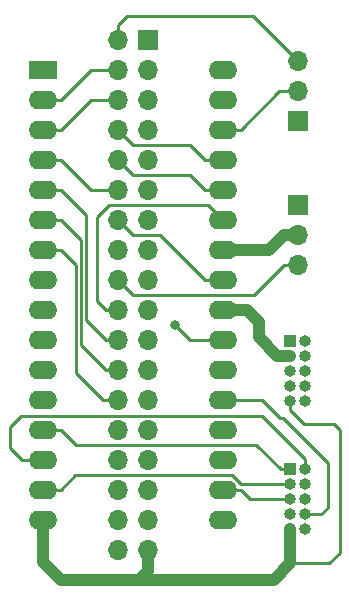
<source format=gbr>
%TF.GenerationSoftware,KiCad,Pcbnew,(6.0.4-0)*%
%TF.CreationDate,2022-07-24T15:42:13+01:00*%
%TF.ProjectId,isp_interface,6973705f-696e-4746-9572-666163652e6b,0.1.0*%
%TF.SameCoordinates,PX55f1c20PY82dabb0*%
%TF.FileFunction,Copper,L2,Bot*%
%TF.FilePolarity,Positive*%
%FSLAX46Y46*%
G04 Gerber Fmt 4.6, Leading zero omitted, Abs format (unit mm)*
G04 Created by KiCad (PCBNEW (6.0.4-0)) date 2022-07-24 15:42:13*
%MOMM*%
%LPD*%
G01*
G04 APERTURE LIST*
%TA.AperFunction,ComponentPad*%
%ADD10R,1.700000X1.700000*%
%TD*%
%TA.AperFunction,ComponentPad*%
%ADD11O,1.700000X1.700000*%
%TD*%
%TA.AperFunction,ComponentPad*%
%ADD12O,1.000000X1.000000*%
%TD*%
%TA.AperFunction,ComponentPad*%
%ADD13R,1.000000X1.000000*%
%TD*%
%TA.AperFunction,ComponentPad*%
%ADD14R,2.400000X1.600000*%
%TD*%
%TA.AperFunction,ComponentPad*%
%ADD15O,2.400000X1.600000*%
%TD*%
%TA.AperFunction,ViaPad*%
%ADD16C,0.800000*%
%TD*%
%TA.AperFunction,Conductor*%
%ADD17C,0.250000*%
%TD*%
%TA.AperFunction,Conductor*%
%ADD18C,1.000000*%
%TD*%
G04 APERTURE END LIST*
D10*
%TO.P,JP101,1,A*%
%TO.N,CHIPID*%
X25704800Y32562800D03*
D11*
%TO.P,JP101,2,C*%
%TO.N,A9{slash}CHIPID*%
X25704800Y30022800D03*
%TO.P,JP101,3,B*%
%TO.N,A9*%
X25704800Y27482800D03*
%TD*%
D12*
%TO.P,J103,10,Pin_10*%
%TO.N,unconnected-(J103-Pad10)*%
X26349800Y15989800D03*
%TO.P,J103,9,Pin_9*%
%TO.N,GND*%
X25079800Y15989800D03*
%TO.P,J103,8,Pin_8*%
%TO.N,~{CE}*%
X26349800Y17259800D03*
%TO.P,J103,7,Pin_7*%
%TO.N,VCC*%
X25079800Y17259800D03*
%TO.P,J103,6,Pin_6*%
%TO.N,CS2*%
X26349800Y18529800D03*
%TO.P,J103,5,Pin_5*%
%TO.N,unconnected-(J103-Pad5)*%
X25079800Y18529800D03*
%TO.P,J103,4,Pin_4*%
%TO.N,unconnected-(J103-Pad4)*%
X26349800Y19799800D03*
%TO.P,J103,3,Pin_3*%
%TO.N,~{OE}*%
X25079800Y19799800D03*
%TO.P,J103,2,Pin_2*%
%TO.N,~{WE}*%
X26349800Y21069800D03*
D13*
%TO.P,J103,1,Pin_1*%
%TO.N,CHIPID*%
X25079800Y21069800D03*
%TD*%
D10*
%TO.P,J101,1,Pin_1*%
%TO.N,unconnected-(J101-Pad1)*%
X13004800Y46532800D03*
D11*
%TO.P,J101,2,Pin_2*%
%TO.N,A17*%
X10464800Y46532800D03*
%TO.P,J101,3,Pin_3*%
%TO.N,unconnected-(J101-Pad3)*%
X13004800Y43992800D03*
%TO.P,J101,4,Pin_4*%
%TO.N,A16*%
X10464800Y43992800D03*
%TO.P,J101,5,Pin_5*%
%TO.N,unconnected-(J101-Pad5)*%
X13004800Y41452800D03*
%TO.P,J101,6,Pin_6*%
%TO.N,A15*%
X10464800Y41452800D03*
%TO.P,J101,7,Pin_7*%
%TO.N,unconnected-(J101-Pad7)*%
X13004800Y38912800D03*
%TO.P,J101,8,Pin_8*%
%TO.N,A14*%
X10464800Y38912800D03*
%TO.P,J101,9,Pin_9*%
%TO.N,unconnected-(J101-Pad9)*%
X13004800Y36372800D03*
%TO.P,J101,10,Pin_10*%
%TO.N,A13*%
X10464800Y36372800D03*
%TO.P,J101,11,Pin_11*%
%TO.N,unconnected-(J101-Pad11)*%
X13004800Y33832800D03*
%TO.P,J101,12,Pin_12*%
%TO.N,A12*%
X10464800Y33832800D03*
%TO.P,J101,13,Pin_13*%
%TO.N,unconnected-(J101-Pad13)*%
X13004800Y31292800D03*
%TO.P,J101,14,Pin_14*%
%TO.N,A11*%
X10464800Y31292800D03*
%TO.P,J101,15,Pin_15*%
%TO.N,unconnected-(J101-Pad15)*%
X13004800Y28752800D03*
%TO.P,J101,16,Pin_16*%
%TO.N,A10*%
X10464800Y28752800D03*
%TO.P,J101,17,Pin_17*%
%TO.N,unconnected-(J101-Pad17)*%
X13004800Y26212800D03*
%TO.P,J101,18,Pin_18*%
%TO.N,A9*%
X10464800Y26212800D03*
%TO.P,J101,19,Pin_19*%
%TO.N,unconnected-(J101-Pad19)*%
X13004800Y23672800D03*
%TO.P,J101,20,Pin_20*%
%TO.N,A8*%
X10464800Y23672800D03*
%TO.P,J101,21,Pin_21*%
%TO.N,unconnected-(J101-Pad21)*%
X13004800Y21132800D03*
%TO.P,J101,22,Pin_22*%
%TO.N,A7*%
X10464800Y21132800D03*
%TO.P,J101,23,Pin_23*%
%TO.N,unconnected-(J101-Pad23)*%
X13004800Y18592800D03*
%TO.P,J101,24,Pin_24*%
%TO.N,A6*%
X10464800Y18592800D03*
%TO.P,J101,25,Pin_25*%
%TO.N,unconnected-(J101-Pad25)*%
X13004800Y16052800D03*
%TO.P,J101,26,Pin_26*%
%TO.N,A5*%
X10464800Y16052800D03*
%TO.P,J101,27,Pin_27*%
%TO.N,unconnected-(J101-Pad27)*%
X13004800Y13512800D03*
%TO.P,J101,28,Pin_28*%
%TO.N,A4*%
X10464800Y13512800D03*
%TO.P,J101,29,Pin_29*%
%TO.N,unconnected-(J101-Pad29)*%
X13004800Y10972800D03*
%TO.P,J101,30,Pin_30*%
%TO.N,A3*%
X10464800Y10972800D03*
%TO.P,J101,31,Pin_31*%
%TO.N,VCC*%
X13004800Y8432800D03*
%TO.P,J101,32,Pin_32*%
%TO.N,A2*%
X10464800Y8432800D03*
%TO.P,J101,33,Pin_33*%
%TO.N,unconnected-(J101-Pad33)*%
X13004800Y5892800D03*
%TO.P,J101,34,Pin_34*%
%TO.N,A1*%
X10464800Y5892800D03*
%TO.P,J101,35,Pin_35*%
%TO.N,GND*%
X13004800Y3352800D03*
%TO.P,J101,36,Pin_36*%
%TO.N,A0*%
X10464800Y3352800D03*
%TD*%
D14*
%TO.P,J104,1,VPP*%
%TO.N,unconnected-(J104-Pad1)*%
X4114800Y44007800D03*
D15*
%TO.P,J104,2,A16*%
%TO.N,A16*%
X4114800Y41467800D03*
%TO.P,J104,3,A15*%
%TO.N,A15*%
X4114800Y38927800D03*
%TO.P,J104,4,A12*%
%TO.N,A12*%
X4114800Y36387800D03*
%TO.P,J104,5,A7*%
%TO.N,A7*%
X4114800Y33847800D03*
%TO.P,J104,6,A6*%
%TO.N,A6*%
X4114800Y31307800D03*
%TO.P,J104,7,A5*%
%TO.N,A5*%
X4114800Y28767800D03*
%TO.P,J104,8,A4*%
%TO.N,A4*%
X4114800Y26227800D03*
%TO.P,J104,9,A3*%
%TO.N,A3*%
X4114800Y23687800D03*
%TO.P,J104,10,A2*%
%TO.N,A2*%
X4114800Y21147800D03*
%TO.P,J104,11,A1*%
%TO.N,A1*%
X4114800Y18607800D03*
%TO.P,J104,12,A0*%
%TO.N,A0*%
X4114800Y16067800D03*
%TO.P,J104,13,D0*%
%TO.N,AD0*%
X4114800Y13527800D03*
%TO.P,J104,14,D1*%
%TO.N,AD1*%
X4114800Y10987800D03*
%TO.P,J104,15,D2*%
%TO.N,AD2*%
X4114800Y8447800D03*
%TO.P,J104,16,GND*%
%TO.N,GND*%
X4114800Y5907800D03*
%TO.P,J104,17,D3*%
%TO.N,AD3*%
X19354800Y5907800D03*
%TO.P,J104,18,D4*%
%TO.N,AD4*%
X19354800Y8447800D03*
%TO.P,J104,19,D5*%
%TO.N,AD5*%
X19354800Y10987800D03*
%TO.P,J104,20,D6*%
%TO.N,AD6*%
X19354800Y13527800D03*
%TO.P,J104,21,D7*%
%TO.N,AD7*%
X19354800Y16067800D03*
%TO.P,J104,22,~{CE}*%
%TO.N,~{CE}*%
X19354800Y18607800D03*
%TO.P,J104,23,A10*%
%TO.N,A10*%
X19354800Y21147800D03*
%TO.P,J104,24,~{OE}*%
%TO.N,~{OE}*%
X19354800Y23687800D03*
%TO.P,J104,25,A11*%
%TO.N,A11*%
X19354800Y26227800D03*
%TO.P,J104,26,A9*%
%TO.N,A9{slash}CHIPID*%
X19354800Y28767800D03*
%TO.P,J104,27,A8*%
%TO.N,A8*%
X19354800Y31307800D03*
%TO.P,J104,28,A13*%
%TO.N,A13*%
X19354800Y33847800D03*
%TO.P,J104,29,A14*%
%TO.N,A14*%
X19354800Y36387800D03*
%TO.P,J104,30,A17*%
%TO.N,A17{slash}CS2*%
X19354800Y38927800D03*
%TO.P,J104,31,~{PGM}*%
%TO.N,~{WE}*%
X19354800Y41467800D03*
%TO.P,J104,32,VCC*%
%TO.N,VCC*%
X19354800Y44007800D03*
%TD*%
D13*
%TO.P,J102,1,Pin_1*%
%TO.N,AD0*%
X25079800Y10176800D03*
D12*
%TO.P,J102,2,Pin_2*%
%TO.N,AD1*%
X26349800Y10176800D03*
%TO.P,J102,3,Pin_3*%
%TO.N,AD2*%
X25079800Y8906800D03*
%TO.P,J102,4,Pin_4*%
%TO.N,AD3*%
X26349800Y8906800D03*
%TO.P,J102,5,Pin_5*%
%TO.N,AD4*%
X25079800Y7636800D03*
%TO.P,J102,6,Pin_6*%
%TO.N,AD5*%
X26349800Y7636800D03*
%TO.P,J102,7,Pin_7*%
%TO.N,AD6*%
X25079800Y6366800D03*
%TO.P,J102,8,Pin_8*%
%TO.N,AD7*%
X26349800Y6366800D03*
%TO.P,J102,9,Pin_9*%
%TO.N,GND*%
X25079800Y5096800D03*
%TO.P,J102,10,Pin_10*%
%TO.N,unconnected-(J102-Pad10)*%
X26349800Y5096800D03*
%TD*%
D10*
%TO.P,JP102,1,A*%
%TO.N,CS2*%
X25704800Y39655800D03*
D11*
%TO.P,JP102,2,C*%
%TO.N,A17{slash}CS2*%
X25704800Y42195800D03*
%TO.P,JP102,3,B*%
%TO.N,A17*%
X25704800Y44735800D03*
%TD*%
D16*
%TO.N,A10*%
X15290800Y22402800D03*
%TD*%
D17*
%TO.N,GND*%
X29260800Y13512800D02*
X29260800Y3098800D01*
X28381800Y2219800D02*
X25079800Y2219800D01*
X25079800Y15153800D02*
X26212800Y14020800D01*
X26212800Y14020800D02*
X28752800Y14020800D01*
X29260800Y3098800D02*
X28381800Y2219800D01*
X28752800Y14020800D02*
X29260800Y13512800D01*
X25079800Y15989800D02*
X25079800Y15153800D01*
%TO.N,AD7*%
X26349800Y6366800D02*
X27702800Y6366800D01*
X28244800Y6908800D02*
X28244800Y10718800D01*
X28244800Y10718800D02*
X24434800Y14528800D01*
X27702800Y6366800D02*
X28244800Y6908800D01*
X24434800Y14528800D02*
X24180800Y14528800D01*
X24180800Y14528800D02*
X22641800Y16067800D01*
X22641800Y16067800D02*
X19354800Y16067800D01*
%TO.N,A17*%
X21875800Y48564800D02*
X25704800Y44735800D01*
X11226800Y48564800D02*
X21875800Y48564800D01*
X10464800Y47802800D02*
X11226800Y48564800D01*
X10464800Y46532800D02*
X10464800Y47802800D01*
%TO.N,A16*%
X8165100Y43992800D02*
X10464800Y43992800D01*
X4114800Y41467800D02*
X5640100Y41467800D01*
X5640100Y41467800D02*
X8165100Y43992800D01*
%TO.N,A15*%
X8165100Y41452800D02*
X10464800Y41452800D01*
X4114800Y38927800D02*
X5640100Y38927800D01*
X5640100Y38927800D02*
X8165100Y41452800D01*
%TO.N,A14*%
X11734800Y37642800D02*
X16574500Y37642800D01*
X10464800Y38912800D02*
X11734800Y37642800D01*
X16574500Y37642800D02*
X17829500Y36387800D01*
X17829500Y36387800D02*
X19354800Y36387800D01*
%TO.N,A13*%
X11734800Y35102800D02*
X16574500Y35102800D01*
X17829500Y33847800D02*
X19354800Y33847800D01*
X10464800Y36372800D02*
X11734800Y35102800D01*
X16574500Y35102800D02*
X17829500Y33847800D01*
%TO.N,A12*%
X5640100Y36387800D02*
X8195100Y33832800D01*
X8195100Y33832800D02*
X10464800Y33832800D01*
X4114800Y36387800D02*
X5640100Y36387800D01*
%TO.N,A11*%
X17829500Y26227800D02*
X19354800Y26227800D01*
X11734800Y30022800D02*
X14034500Y30022800D01*
X14034500Y30022800D02*
X17829500Y26227800D01*
X10464800Y31292800D02*
X11734800Y30022800D01*
%TO.N,A10*%
X19354800Y21147800D02*
X16545800Y21147800D01*
X16545800Y21147800D02*
X15290800Y22402800D01*
%TO.N,A9*%
X10464800Y26212800D02*
X11734800Y24942800D01*
X21989500Y24942800D02*
X24529500Y27482800D01*
X11734800Y24942800D02*
X21989500Y24942800D01*
X24529500Y27482800D02*
X25704800Y27482800D01*
%TO.N,A8*%
X8686800Y31546800D02*
X9702800Y32562800D01*
X9702800Y32562800D02*
X18099800Y32562800D01*
X10464800Y23672800D02*
X9448800Y23672800D01*
X9448800Y23672800D02*
X8686800Y24434800D01*
X8686800Y24434800D02*
X8686800Y31546800D01*
X18099800Y32562800D02*
X19354800Y31307800D01*
%TO.N,A7*%
X10464800Y21132800D02*
X9448800Y21132800D01*
X5623800Y33847800D02*
X4114800Y33847800D01*
X7807821Y22773779D02*
X7807821Y31663779D01*
X7807821Y31663779D02*
X5623800Y33847800D01*
X9448800Y21132800D02*
X7807821Y22773779D01*
%TO.N,A6*%
X7358311Y20683289D02*
X7358311Y29573289D01*
X7358311Y29573289D02*
X5623800Y31307800D01*
X9448800Y18592800D02*
X7358311Y20683289D01*
X5623800Y31307800D02*
X4114800Y31307800D01*
X10464800Y18592800D02*
X9448800Y18592800D01*
%TO.N,A5*%
X6908800Y18338800D02*
X6908800Y27482800D01*
X5623800Y28767800D02*
X4114800Y28767800D01*
X10464800Y16052800D02*
X9194800Y16052800D01*
X9194800Y16052800D02*
X6908800Y18338800D01*
X6908800Y27482800D02*
X5623800Y28767800D01*
%TO.N,AD0*%
X6925100Y12242800D02*
X5640100Y13527800D01*
X24254500Y10176800D02*
X22188500Y12242800D01*
X25079800Y10176800D02*
X24254500Y10176800D01*
X22188500Y12242800D02*
X6925100Y12242800D01*
X4114800Y13527800D02*
X5640100Y13527800D01*
%TO.N,AD1*%
X2321800Y10987800D02*
X1320800Y11988800D01*
X4114800Y10987800D02*
X2321800Y10987800D01*
X26349800Y11002100D02*
X26349800Y10176800D01*
X2263200Y14709200D02*
X22642700Y14709200D01*
X1320800Y11988800D02*
X1320800Y13766800D01*
X22642700Y14709200D02*
X26349800Y11002100D01*
X1320800Y13766800D02*
X2263200Y14709200D01*
%TO.N,AD2*%
X4114800Y8447800D02*
X5640100Y8447800D01*
X25079800Y8906800D02*
X20887300Y8906800D01*
X20887300Y8906800D02*
X20143300Y9650800D01*
X6843100Y9650800D02*
X5640100Y8447800D01*
X20143300Y9650800D02*
X6843100Y9650800D01*
%TO.N,AD4*%
X19354800Y8447800D02*
X20880100Y8447800D01*
X21691100Y7636800D02*
X20880100Y8447800D01*
X25079800Y7636800D02*
X21691100Y7636800D01*
D18*
%TO.N,GND*%
X5638800Y812800D02*
X4114800Y2336800D01*
X13004800Y3352800D02*
X13004800Y1574800D01*
X4114800Y2336800D02*
X4114800Y5907800D01*
X23672800Y812800D02*
X12242800Y812800D01*
X25079800Y5096800D02*
X25079800Y2219800D01*
X13004800Y1574800D02*
X12242800Y812800D01*
X25079800Y2219800D02*
X23672800Y812800D01*
X12242800Y812800D02*
X5638800Y812800D01*
%TO.N,~{OE}*%
X23950778Y19799800D02*
X25079800Y19799800D01*
X22402800Y21347778D02*
X23950778Y19799800D01*
X22402800Y22656800D02*
X22402800Y21347778D01*
X19354800Y23687800D02*
X21371800Y23687800D01*
X21371800Y23687800D02*
X22402800Y22656800D01*
%TO.N,A9{slash}CHIPID*%
X19354800Y28767800D02*
X23274500Y28767800D01*
X25704800Y30022800D02*
X24529500Y30022800D01*
X23274500Y28767800D02*
X24529500Y30022800D01*
D17*
%TO.N,A17{slash}CS2*%
X24148100Y42195800D02*
X25704800Y42195800D01*
X20880100Y38927800D02*
X24148100Y42195800D01*
X19354800Y38927800D02*
X20880100Y38927800D01*
%TD*%
M02*

</source>
